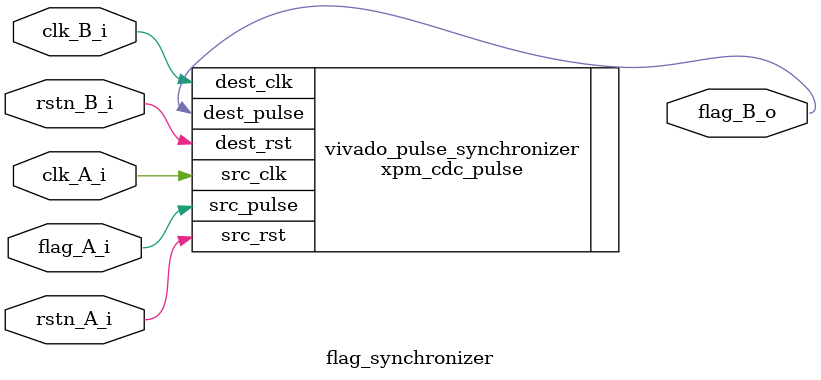
<source format=sv>
`ifndef FLAG_SYNCHRONIZER_SV
    `define FLAG_SYNCHRONIZER_SV

`define _VIVADO_

module flag_synchronizer #(
    /* Number of sync flops */
    parameter FLOP_NUMBER = 3,

    /* Reset value */
    parameter logic [FLOP_NUMBER - 1:0] RESET_VALUE = '0
) (
    /* Global signals */
    input logic clk_A_i,
    input logic rstn_A_i,
    input logic clk_B_i,
    input logic rstn_B_i,

    /* Clock domain A signals */
    input logic flag_A_i,
    output logic flag_B_o
);

    `ifndef _VIVADO_ /* IF VIVADO MACRO IS NOT DEFINED */

    logic flag;

        always_ff @(posedge clk_A_i or negedge rstn_A_i) begin
            if (!rstn_A_i) begin 
                flag <= 1'b0;
            end else begin 
                flag <= flag ^ flag_A_i;
            end 
        end 


    logic [FLOP_NUMBER - 1:0] flag_sync;

        always_ff @(posedge clk_B_i or negedge rstn_B_i) begin
            if (!rstn_B_i) begin 
                flag_sync <= RESET_VALUE;
            end else begin 
                flag_sync <= {flag_sync[FLOP_NUMBER - 2:0], flag};
            end 
        end

    assign flag_B_o = flag_sync[FLOP_NUMBER - 1] ^ flag_sync[FLOP_NUMBER - 2];

    `else /* IF VIVADO MACRO IS DEFINED */

    xpm_cdc_pulse #(
        .DEST_SYNC_FF   ( FLOP_NUMBER ),
        .INIT_SYNC_FF   ( 0           ),
        .REG_OUTPUT     ( 0           ),
        .RST_USED       ( 1           ),
        .SIM_ASSERT_CHK ( 0           )
    ) vivado_pulse_synchronizer (
        .dest_pulse ( flag_B_o ),
        .dest_clk   ( clk_B_i  ),
        .dest_rst   ( rstn_B_i ),
        .src_clk    ( clk_A_i  ),
        .src_pulse  ( flag_A_i ),
        .src_rst    ( rstn_A_i )
    );

    `endif /* _VIVADO_ */

endmodule : flag_synchronizer

`endif 
</source>
